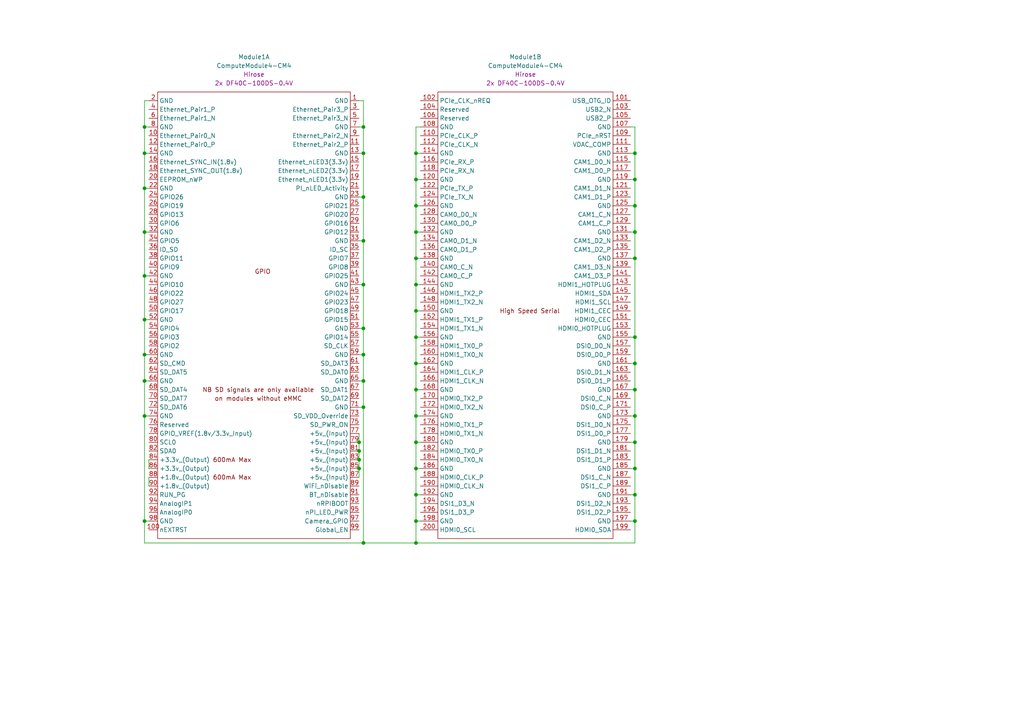
<source format=kicad_sch>
(kicad_sch (version 20231120) (generator "eeschema") (generator_version "8.0")
  (paper "A4")
  (lib_symbols
    (symbol "CM4IO:ComputeModule4-CM4"
      (property "Reference" "Module" (at 113.03 -68.58 0))
      (property "Value" "ComputeModule4-CM4" (at 140.97 2.54 0))
      (property "Field4" "Hirose" (at 0 0 0))
      (property "Field5" "2x DF40C-100DS-0.4V" (at 0 -2.54 0))
      (symbol "ComputeModule4-CM4_1_0"
        (text "GPIO" (at 0 6.35 0) (effects (font (size 1.27 1.27))))
      )
      (symbol "ComputeModule4-CM4_1_1"
        (rectangle (start -30.48 -71.12) (end 25.4 58.42))
        (text "600mA Max" (at -8.89 -53.34 0) (effects (font (size 1.27 1.27))))
        (text "600mA Max" (at -8.89 -48.26 0) (effects (font (size 1.27 1.27))))
        (text "NB SD signals are only available" (at -1.27 -27.94 0) (effects (font (size 1.27 1.27))))
        (text "on modules without eMMC" (at -1.27 -30.48 0) (effects (font (size 1.27 1.27))))
        (pin power_in line (at 27.94 55.88 180) (length 2.54) (name "GND") (number "1"))
        (pin passive line (at -33.02 45.72 0) (length 2.54) (name "Ethernet_Pair0_N") (number "10"))
        (pin output line (at -33.02 -68.58 0) (length 2.54) (name "nEXTRST") (number "100"))
        (pin passive line (at 27.94 43.18 180) (length 2.54) (name "Ethernet_Pair2_P") (number "11"))
        (pin passive line (at -33.02 43.18 0) (length 2.54) (name "Ethernet_Pair0_P") (number "12"))
        (pin power_in line (at 27.94 40.64 180) (length 2.54) (name "GND") (number "13"))
        (pin power_in line (at -33.02 40.64 0) (length 2.54) (name "GND") (number "14"))
        (pin output line (at 27.94 38.1 180) (length 2.54) (name "Ethernet_nLED3(3.3v)") (number "15"))
        (pin input line (at -33.02 38.1 0) (length 2.54) (name "Ethernet_SYNC_IN(1.8v)") (number "16"))
        (pin output line (at 27.94 35.56 180) (length 2.54) (name "Ethernet_nLED2(3.3v)") (number "17"))
        (pin input line (at -33.02 35.56 0) (length 2.54) (name "Ethernet_SYNC_OUT(1.8v)") (number "18"))
        (pin output line (at 27.94 33.02 180) (length 2.54) (name "Ethernet_nLED1(3.3v)") (number "19"))
        (pin power_in line (at -33.02 55.88 0) (length 2.54) (name "GND") (number "2"))
        (pin passive line (at -33.02 33.02 0) (length 2.54) (name "EEPROM_nWP") (number "20"))
        (pin open_collector line (at 27.94 30.48 180) (length 2.54) (name "PI_nLED_Activity") (number "21"))
        (pin power_in line (at -33.02 30.48 0) (length 2.54) (name "GND") (number "22"))
        (pin power_in line (at 27.94 27.94 180) (length 2.54) (name "GND") (number "23"))
        (pin passive line (at -33.02 27.94 0) (length 2.54) (name "GPIO26") (number "24"))
        (pin passive line (at 27.94 25.4 180) (length 2.54) (name "GPIO21") (number "25"))
        (pin passive line (at -33.02 25.4 0) (length 2.54) (name "GPIO19") (number "26"))
        (pin passive line (at 27.94 22.86 180) (length 2.54) (name "GPIO20") (number "27"))
        (pin passive line (at -33.02 22.86 0) (length 2.54) (name "GPIO13") (number "28"))
        (pin passive line (at 27.94 20.32 180) (length 2.54) (name "GPIO16") (number "29"))
        (pin passive line (at 27.94 53.34 180) (length 2.54) (name "Ethernet_Pair3_P") (number "3"))
        (pin passive line (at -33.02 20.32 0) (length 2.54) (name "GPIO6") (number "30"))
        (pin passive line (at 27.94 17.78 180) (length 2.54) (name "GPIO12") (number "31"))
        (pin power_in line (at -33.02 17.78 0) (length 2.54) (name "GND") (number "32"))
        (pin power_in line (at 27.94 15.24 180) (length 2.54) (name "GND") (number "33"))
        (pin passive line (at -33.02 15.24 0) (length 2.54) (name "GPIO5") (number "34"))
        (pin passive line (at 27.94 12.7 180) (length 2.54) (name "ID_SC") (number "35"))
        (pin passive line (at -33.02 12.7 0) (length 2.54) (name "ID_SD") (number "36"))
        (pin passive line (at 27.94 10.16 180) (length 2.54) (name "GPIO7") (number "37"))
        (pin passive line (at -33.02 10.16 0) (length 2.54) (name "GPIO11") (number "38"))
        (pin passive line (at 27.94 7.62 180) (length 2.54) (name "GPIO8") (number "39"))
        (pin passive line (at -33.02 53.34 0) (length 2.54) (name "Ethernet_Pair1_P") (number "4"))
        (pin passive line (at -33.02 7.62 0) (length 2.54) (name "GPIO9") (number "40"))
        (pin passive line (at 27.94 5.08 180) (length 2.54) (name "GPIO25") (number "41"))
        (pin power_in line (at -33.02 5.08 0) (length 2.54) (name "GND") (number "42"))
        (pin power_in line (at 27.94 2.54 180) (length 2.54) (name "GND") (number "43"))
        (pin passive line (at -33.02 2.54 0) (length 2.54) (name "GPIO10") (number "44"))
        (pin passive line (at 27.94 0 180) (length 2.54) (name "GPIO24") (number "45"))
        (pin passive line (at -33.02 0 0) (length 2.54) (name "GPIO22") (number "46"))
        (pin passive line (at 27.94 -2.54 180) (length 2.54) (name "GPIO23") (number "47"))
        (pin passive line (at -33.02 -2.54 0) (length 2.54) (name "GPIO27") (number "48"))
        (pin passive line (at 27.94 -5.08 180) (length 2.54) (name "GPIO18") (number "49"))
        (pin passive line (at 27.94 50.8 180) (length 2.54) (name "Ethernet_Pair3_N") (number "5"))
        (pin passive line (at -33.02 -5.08 0) (length 2.54) (name "GPIO17") (number "50"))
        (pin passive line (at 27.94 -7.62 180) (length 2.54) (name "GPIO15") (number "51"))
        (pin power_in line (at -33.02 -7.62 0) (length 2.54) (name "GND") (number "52"))
        (pin power_in line (at 27.94 -10.16 180) (length 2.54) (name "GND") (number "53"))
        (pin passive line (at -33.02 -10.16 0) (length 2.54) (name "GPIO4") (number "54"))
        (pin passive line (at 27.94 -12.7 180) (length 2.54) (name "GPIO14") (number "55"))
        (pin passive line (at -33.02 -12.7 0) (length 2.54) (name "GPIO3") (number "56"))
        (pin passive line (at 27.94 -15.24 180) (length 2.54) (name "SD_CLK") (number "57"))
        (pin passive line (at -33.02 -15.24 0) (length 2.54) (name "GPIO2") (number "58"))
        (pin power_in line (at 27.94 -17.78 180) (length 2.54) (name "GND") (number "59"))
        (pin passive line (at -33.02 50.8 0) (length 2.54) (name "Ethernet_Pair1_N") (number "6"))
        (pin power_in line (at -33.02 -17.78 0) (length 2.54) (name "GND") (number "60"))
        (pin passive line (at 27.94 -20.32 180) (length 2.54) (name "SD_DAT3") (number "61"))
        (pin passive line (at -33.02 -20.32 0) (length 2.54) (name "SD_CMD") (number "62"))
        (pin passive line (at 27.94 -22.86 180) (length 2.54) (name "SD_DAT0") (number "63"))
        (pin passive line (at -33.02 -22.86 0) (length 2.54) (name "SD_DAT5") (number "64"))
        (pin power_in line (at 27.94 -25.4 180) (length 2.54) (name "GND") (number "65"))
        (pin power_in line (at -33.02 -25.4 0) (length 2.54) (name "GND") (number "66"))
        (pin passive line (at 27.94 -27.94 180) (length 2.54) (name "SD_DAT1") (number "67"))
        (pin passive line (at -33.02 -27.94 0) (length 2.54) (name "SD_DAT4") (number "68"))
        (pin passive line (at 27.94 -30.48 180) (length 2.54) (name "SD_DAT2") (number "69"))
        (pin power_in line (at 27.94 48.26 180) (length 2.54) (name "GND") (number "7"))
        (pin passive line (at -33.02 -30.48 0) (length 2.54) (name "SD_DAT7") (number "70"))
        (pin power_in line (at 27.94 -33.02 180) (length 2.54) (name "GND") (number "71"))
        (pin passive line (at -33.02 -33.02 0) (length 2.54) (name "SD_DAT6") (number "72"))
        (pin input line (at 27.94 -35.56 180) (length 2.54) (name "SD_VDD_Override") (number "73"))
        (pin power_in line (at -33.02 -35.56 0) (length 2.54) (name "GND") (number "74"))
        (pin output line (at 27.94 -38.1 180) (length 2.54) (name "SD_PWR_ON") (number "75"))
        (pin passive line (at -33.02 -38.1 0) (length 2.54) (name "Reserved") (number "76"))
        (pin power_in line (at 27.94 -40.64 180) (length 2.54) (name "+5v_(Input)") (number "77"))
        (pin power_in line (at -33.02 -40.64 0) (length 2.54) (name "GPIO_VREF(1.8v/3.3v_Input)") (number "78"))
        (pin power_in line (at 27.94 -43.18 180) (length 2.54) (name "+5v_(Input)") (number "79"))
        (pin power_in line (at -33.02 48.26 0) (length 2.54) (name "GND") (number "8"))
        (pin passive line (at -33.02 -43.18 0) (length 2.54) (name "SCL0") (number "80"))
        (pin power_in line (at 27.94 -45.72 180) (length 2.54) (name "+5v_(Input)") (number "81"))
        (pin passive line (at -33.02 -45.72 0) (length 2.54) (name "SDA0") (number "82"))
        (pin power_in line (at 27.94 -48.26 180) (length 2.54) (name "+5v_(Input)") (number "83"))
        (pin power_out line (at -33.02 -48.26 0) (length 2.54) (name "+3.3v_(Output)") (number "84"))
        (pin power_in line (at 27.94 -50.8 180) (length 2.54) (name "+5v_(Input)") (number "85"))
        (pin power_out line (at -33.02 -50.8 0) (length 2.54) (name "+3.3v_(Output)") (number "86"))
        (pin power_in line (at 27.94 -53.34 180) (length 2.54) (name "+5v_(Input)") (number "87"))
        (pin power_out line (at -33.02 -53.34 0) (length 2.54) (name "+1.8v_(Output)") (number "88"))
        (pin power_in line (at 27.94 -55.88 180) (length 2.54) (name "WiFi_nDisable") (number "89"))
        (pin passive line (at 27.94 45.72 180) (length 2.54) (name "Ethernet_Pair2_N") (number "9"))
        (pin power_out line (at -33.02 -55.88 0) (length 2.54) (name "+1.8v_(Output)") (number "90"))
        (pin power_in line (at 27.94 -58.42 180) (length 2.54) (name "BT_nDisable") (number "91"))
        (pin passive line (at -33.02 -58.42 0) (length 2.54) (name "RUN_PG") (number "92"))
        (pin input line (at 27.94 -60.96 180) (length 2.54) (name "nRPIBOOT") (number "93"))
        (pin passive line (at -33.02 -60.96 0) (length 2.54) (name "AnalogIP1") (number "94"))
        (pin output line (at 27.94 -63.5 180) (length 2.54) (name "nPI_LED_PWR") (number "95"))
        (pin passive line (at -33.02 -63.5 0) (length 2.54) (name "AnalogIP0") (number "96"))
        (pin passive line (at 27.94 -66.04 180) (length 2.54) (name "Camera_GPIO") (number "97"))
        (pin power_in line (at -33.02 -66.04 0) (length 2.54) (name "GND") (number "98"))
        (pin input line (at 27.94 -68.58 180) (length 2.54) (name "Global_EN") (number "99"))
      )
      (symbol "ComputeModule4-CM4_2_1"
        (rectangle (start 114.3 -66.04) (end 165.1 63.5))
        (text "High Speed Serial" (at 140.97 0 0) (effects (font (size 1.27 1.27))))
        (pin input line (at 170.18 60.96 180) (length 5.08) (name "USB_OTG_ID") (number "101"))
        (pin input line (at 109.22 60.96 0) (length 5.08) (name "PCIe_CLK_nREQ") (number "102"))
        (pin passive line (at 170.18 58.42 180) (length 5.08) (name "USB2_N") (number "103"))
        (pin passive line (at 109.22 58.42 0) (length 5.08) (name "Reserved") (number "104"))
        (pin passive line (at 170.18 55.88 180) (length 5.08) (name "USB2_P") (number "105"))
        (pin passive line (at 109.22 55.88 0) (length 5.08) (name "Reserved") (number "106"))
        (pin power_in line (at 170.18 53.34 180) (length 5.08) (name "GND") (number "107"))
        (pin power_in line (at 109.22 53.34 0) (length 5.08) (name "GND") (number "108"))
        (pin bidirectional line (at 170.18 50.8 180) (length 5.08) (name "PCIe_nRST") (number "109"))
        (pin output line (at 109.22 50.8 0) (length 5.08) (name "PCIe_CLK_P") (number "110"))
        (pin passive line (at 170.18 48.26 180) (length 5.08) (name "VDAC_COMP") (number "111"))
        (pin output line (at 109.22 48.26 0) (length 5.08) (name "PCIe_CLK_N") (number "112"))
        (pin power_in line (at 170.18 45.72 180) (length 5.08) (name "GND") (number "113"))
        (pin power_in line (at 109.22 45.72 0) (length 5.08) (name "GND") (number "114"))
        (pin input line (at 170.18 43.18 180) (length 5.08) (name "CAM1_D0_N") (number "115"))
        (pin input line (at 109.22 43.18 0) (length 5.08) (name "PCIe_RX_P") (number "116"))
        (pin input line (at 170.18 40.64 180) (length 5.08) (name "CAM1_D0_P") (number "117"))
        (pin input line (at 109.22 40.64 0) (length 5.08) (name "PCIe_RX_N") (number "118"))
        (pin power_in line (at 170.18 38.1 180) (length 5.08) (name "GND") (number "119"))
        (pin power_in line (at 109.22 38.1 0) (length 5.08) (name "GND") (number "120"))
        (pin input line (at 170.18 35.56 180) (length 5.08) (name "CAM1_D1_N") (number "121"))
        (pin output line (at 109.22 35.56 0) (length 5.08) (name "PCIe_TX_P") (number "122"))
        (pin input line (at 170.18 33.02 180) (length 5.08) (name "CAM1_D1_P") (number "123"))
        (pin output line (at 109.22 33.02 0) (length 5.08) (name "PCIe_TX_N") (number "124"))
        (pin power_in line (at 170.18 30.48 180) (length 5.08) (name "GND") (number "125"))
        (pin power_in line (at 109.22 30.48 0) (length 5.08) (name "GND") (number "126"))
        (pin input line (at 170.18 27.94 180) (length 5.08) (name "CAM1_C_N") (number "127"))
        (pin input line (at 109.22 27.94 0) (length 5.08) (name "CAM0_D0_N") (number "128"))
        (pin input line (at 170.18 25.4 180) (length 5.08) (name "CAM1_C_P") (number "129"))
        (pin input line (at 109.22 25.4 0) (length 5.08) (name "CAM0_D0_P") (number "130"))
        (pin power_in line (at 170.18 22.86 180) (length 5.08) (name "GND") (number "131"))
        (pin power_in line (at 109.22 22.86 0) (length 5.08) (name "GND") (number "132"))
        (pin input line (at 170.18 20.32 180) (length 5.08) (name "CAM1_D2_N") (number "133"))
        (pin input line (at 109.22 20.32 0) (length 5.08) (name "CAM0_D1_N") (number "134"))
        (pin input line (at 170.18 17.78 180) (length 5.08) (name "CAM1_D2_P") (number "135"))
        (pin input line (at 109.22 17.78 0) (length 5.08) (name "CAM0_D1_P") (number "136"))
        (pin power_in line (at 170.18 15.24 180) (length 5.08) (name "GND") (number "137"))
        (pin power_in line (at 109.22 15.24 0) (length 5.08) (name "GND") (number "138"))
        (pin input line (at 170.18 12.7 180) (length 5.08) (name "CAM1_D3_N") (number "139"))
        (pin input line (at 109.22 12.7 0) (length 5.08) (name "CAM0_C_N") (number "140"))
        (pin input line (at 170.18 10.16 180) (length 5.08) (name "CAM1_D3_P") (number "141"))
        (pin input line (at 109.22 10.16 0) (length 5.08) (name "CAM0_C_P") (number "142"))
        (pin input line (at 170.18 7.62 180) (length 5.08) (name "HDMI1_HOTPLUG") (number "143"))
        (pin power_in line (at 109.22 7.62 0) (length 5.08) (name "GND") (number "144"))
        (pin bidirectional line (at 170.18 5.08 180) (length 5.08) (name "HDMI1_SDA") (number "145"))
        (pin output line (at 109.22 5.08 0) (length 5.08) (name "HDMI1_TX2_P") (number "146"))
        (pin open_collector line (at 170.18 2.54 180) (length 5.08) (name "HDMI1_SCL") (number "147"))
        (pin output line (at 109.22 2.54 0) (length 5.08) (name "HDMI1_TX2_N") (number "148"))
        (pin open_collector line (at 170.18 0 180) (length 5.08) (name "HDMI1_CEC") (number "149"))
        (pin power_in line (at 109.22 0 0) (length 5.08) (name "GND") (number "150"))
        (pin open_collector line (at 170.18 -2.54 180) (length 5.08) (name "HDMI0_CEC") (number "151"))
        (pin output line (at 109.22 -2.54 0) (length 5.08) (name "HDMI1_TX1_P") (number "152"))
        (pin input line (at 170.18 -5.08 180) (length 5.08) (name "HDMI0_HOTPLUG") (number "153"))
        (pin output line (at 109.22 -5.08 0) (length 5.08) (name "HDMI1_TX1_N") (number "154"))
        (pin power_in line (at 170.18 -7.62 180) (length 5.08) (name "GND") (number "155"))
        (pin power_in line (at 109.22 -7.62 0) (length 5.08) (name "GND") (number "156"))
        (pin output line (at 170.18 -10.16 180) (length 5.08) (name "DSI0_D0_N") (number "157"))
        (pin output line (at 109.22 -10.16 0) (length 5.08) (name "HDMI1_TX0_P") (number "158"))
        (pin output line (at 170.18 -12.7 180) (length 5.08) (name "DSI0_D0_P") (number "159"))
        (pin output line (at 109.22 -12.7 0) (length 5.08) (name "HDMI1_TX0_N") (number "160"))
        (pin power_in line (at 170.18 -15.24 180) (length 5.08) (name "GND") (number "161"))
        (pin power_in line (at 109.22 -15.24 0) (length 5.08) (name "GND") (number "162"))
        (pin output line (at 170.18 -17.78 180) (length 5.08) (name "DSI0_D1_N") (number "163"))
        (pin output line (at 109.22 -17.78 0) (length 5.08) (name "HDMI1_CLK_P") (number "164"))
        (pin output line (at 170.18 -20.32 180) (length 5.08) (name "DSI0_D1_P") (number "165"))
        (pin output line (at 109.22 -20.32 0) (length 5.08) (name "HDMI1_CLK_N") (number "166"))
        (pin power_in line (at 170.18 -22.86 180) (length 5.08) (name "GND") (number "167"))
        (pin power_in line (at 109.22 -22.86 0) (length 5.08) (name "GND") (number "168"))
        (pin output line (at 170.18 -25.4 180) (length 5.08) (name "DSI0_C_N") (number "169"))
        (pin output line (at 109.22 -25.4 0) (length 5.08) (name "HDMI0_TX2_P") (number "170"))
        (pin output line (at 170.18 -27.94 180) (length 5.08) (name "DSI0_C_P") (number "171"))
        (pin output line (at 109.22 -27.94 0) (length 5.08) (name "HDMI0_TX2_N") (number "172"))
        (pin power_in line (at 170.18 -30.48 180) (length 5.08) (name "GND") (number "173"))
        (pin power_in line (at 109.22 -30.48 0) (length 5.08) (name "GND") (number "174"))
        (pin output line (at 170.18 -33.02 180) (length 5.08) (name "DSI1_D0_N") (number "175"))
        (pin output line (at 109.22 -33.02 0) (length 5.08) (name "HDMI0_TX1_P") (number "176"))
        (pin output line (at 170.18 -35.56 180) (length 5.08) (name "DSI1_D0_P") (number "177"))
        (pin output line (at 109.22 -35.56 0) (length 5.08) (name "HDMI0_TX1_N") (number "178"))
        (pin power_in line (at 170.18 -38.1 180) (length 5.08) (name "GND") (number "179"))
        (pin power_in line (at 109.22 -38.1 0) (length 5.08) (name "GND") (number "180"))
        (pin output line (at 170.18 -40.64 180) (length 5.08) (name "DSI1_D1_N") (number "181"))
        (pin output line (at 109.22 -40.64 0) (length 5.08) (name "HDMI0_TX0_P") (number "182"))
        (pin output line (at 170.18 -43.18 180) (length 5.08) (name "DSI1_D1_P") (number "183"))
        (pin output line (at 109.22 -43.18 0) (length 5.08) (name "HDMI0_TX0_N") (number "184"))
        (pin power_in line (at 170.18 -45.72 180) (length 5.08) (name "GND") (number "185"))
        (pin power_in line (at 109.22 -45.72 0) (length 5.08) (name "GND") (number "186"))
        (pin output line (at 170.18 -48.26 180) (length 5.08) (name "DSI1_C_N") (number "187"))
        (pin output line (at 109.22 -48.26 0) (length 5.08) (name "HDMI0_CLK_P") (number "188"))
        (pin output line (at 170.18 -50.8 180) (length 5.08) (name "DSI1_C_P") (number "189"))
        (pin output line (at 109.22 -50.8 0) (length 5.08) (name "HDMI0_CLK_N") (number "190"))
        (pin power_in line (at 170.18 -53.34 180) (length 5.08) (name "GND") (number "191"))
        (pin power_in line (at 109.22 -53.34 0) (length 5.08) (name "GND") (number "192"))
        (pin output line (at 170.18 -55.88 180) (length 5.08) (name "DSI1_D2_N") (number "193"))
        (pin output line (at 109.22 -55.88 0) (length 5.08) (name "DSI1_D3_N") (number "194"))
        (pin output line (at 170.18 -58.42 180) (length 5.08) (name "DSI1_D2_P") (number "195"))
        (pin output line (at 109.22 -58.42 0) (length 5.08) (name "DSI1_D3_P") (number "196"))
        (pin power_in line (at 170.18 -60.96 180) (length 5.08) (name "GND") (number "197"))
        (pin power_in line (at 109.22 -60.96 0) (length 5.08) (name "GND") (number "198"))
        (pin bidirectional line (at 170.18 -63.5 180) (length 5.08) (name "HDMI0_SDA") (number "199"))
        (pin open_collector line (at 109.22 -63.5 0) (length 5.08) (name "HDMI0_SCL") (number "200"))
      )
    )
  )
  (junction (at 120.65 97.79))
  (junction (at 104.14 130.81))
  (junction (at 105.41 118.11))
  (junction (at 184.15 105.41))
  (junction (at 184.15 44.45))
  (junction (at 184.15 67.31))
  (junction (at 120.65 59.69))
  (junction (at 120.65 143.51))
  (junction (at 41.91 110.49))
  (junction (at 184.15 74.93))
  (junction (at 105.41 82.55))
  (junction (at 184.15 113.03))
  (junction (at 105.41 157.48))
  (junction (at 120.65 44.45))
  (junction (at 120.65 135.89))
  (junction (at 120.65 113.03))
  (junction (at 41.91 36.83))
  (junction (at 120.65 74.93))
  (junction (at 184.15 128.27))
  (junction (at 184.15 143.51))
  (junction (at 41.91 102.87))
  (junction (at 105.41 57.15))
  (junction (at 41.91 54.61))
  (junction (at 120.65 82.55))
  (junction (at 41.91 80.01))
  (junction (at 41.91 92.71))
  (junction (at 120.65 128.27))
  (junction (at 41.91 44.45))
  (junction (at 105.41 110.49))
  (junction (at 104.14 135.89))
  (junction (at 104.14 128.27))
  (junction (at 120.65 151.13))
  (junction (at 184.15 120.65))
  (junction (at 104.14 133.35))
  (junction (at 105.41 69.85))
  (junction (at 41.91 120.65))
  (junction (at 105.41 95.25))
  (junction (at 184.15 59.69))
  (junction (at 184.15 52.07))
  (junction (at 105.41 36.83))
  (junction (at 120.65 67.31))
  (junction (at 184.15 151.13))
  (junction (at 41.91 67.31))
  (junction (at 184.15 135.89))
  (junction (at 120.65 52.07))
  (junction (at 120.65 105.41))
  (junction (at 120.65 157.48))
  (junction (at 41.91 151.13))
  (junction (at 105.41 102.87))
  (junction (at 120.65 120.65))
  (junction (at 105.41 44.45))
  (junction (at 184.15 97.79))
  (junction (at 120.65 90.17))
  (wire (pts (xy 104.14 130.81) (xy 104.14 133.35)))
  (wire (pts (xy 184.15 128.27) (xy 184.15 135.89)))
  (wire (pts (xy 104.14 95.25) (xy 105.41 95.25)))
  (wire (pts (xy 104.14 102.87) (xy 105.41 102.87)))
  (wire (pts (xy 121.92 90.17) (xy 120.65 90.17)))
  (wire (pts (xy 41.91 102.87) (xy 41.91 92.71)))
  (wire (pts (xy 184.15 97.79) (xy 184.15 105.41)))
  (wire (pts (xy 104.14 44.45) (xy 105.41 44.45)))
  (wire (pts (xy 105.41 44.45) (xy 105.41 36.83)))
  (wire (pts (xy 41.91 92.71) (xy 41.91 80.01)))
  (wire (pts (xy 120.65 157.48) (xy 105.41 157.48)))
  (wire (pts (xy 120.65 52.07) (xy 120.65 44.45)))
  (wire (pts (xy 41.91 44.45) (xy 41.91 36.83)))
  (wire (pts (xy 105.41 118.11) (xy 105.41 157.48)))
  (wire (pts (xy 184.15 36.83) (xy 184.15 44.45)))
  (wire (pts (xy 184.15 143.51) (xy 184.15 151.13)))
  (wire (pts (xy 184.15 97.79) (xy 182.88 97.79)))
  (wire (pts (xy 184.15 120.65) (xy 184.15 128.27)))
  (wire (pts (xy 43.18 54.61) (xy 41.91 54.61)))
  (wire (pts (xy 184.15 59.69) (xy 182.88 59.69)))
  (wire (pts (xy 41.91 157.48) (xy 41.91 151.13)))
  (wire (pts (xy 184.15 105.41) (xy 182.88 105.41)))
  (wire (pts (xy 41.91 151.13) (xy 41.91 120.65)))
  (wire (pts (xy 105.41 69.85) (xy 105.41 57.15)))
  (wire (pts (xy 184.15 135.89) (xy 182.88 135.89)))
  (wire (pts (xy 121.92 120.65) (xy 120.65 120.65)))
  (wire (pts (xy 104.14 133.35) (xy 104.14 135.89)))
  (wire (pts (xy 120.65 67.31) (xy 120.65 59.69)))
  (wire (pts (xy 120.65 143.51) (xy 121.92 143.51)))
  (wire (pts (xy 105.41 118.11) (xy 105.41 110.49)))
  (wire (pts (xy 184.15 44.45) (xy 184.15 52.07)))
  (wire (pts (xy 120.65 151.13) (xy 121.92 151.13)))
  (wire (pts (xy 43.18 138.43) (xy 43.18 140.97)))
  (wire (pts (xy 105.41 82.55) (xy 105.41 69.85)))
  (wire (pts (xy 121.92 135.89) (xy 120.65 135.89)))
  (wire (pts (xy 120.65 135.89) (xy 120.65 143.51)))
  (wire (pts (xy 120.65 36.83) (xy 120.65 44.45)))
  (wire (pts (xy 121.92 67.31) (xy 120.65 67.31)))
  (wire (pts (xy 120.65 157.48) (xy 184.15 157.48)))
  (wire (pts (xy 121.92 113.03) (xy 120.65 113.03)))
  (wire (pts (xy 120.65 120.65) (xy 120.65 113.03)))
  (wire (pts (xy 121.92 82.55) (xy 120.65 82.55)))
  (wire (pts (xy 41.91 36.83) (xy 43.18 36.83)))
  (wire (pts (xy 41.91 120.65) (xy 41.91 110.49)))
  (wire (pts (xy 105.41 102.87) (xy 105.41 95.25)))
  (wire (pts (xy 105.41 110.49) (xy 105.41 102.87)))
  (wire (pts (xy 184.15 113.03) (xy 184.15 120.65)))
  (wire (pts (xy 105.41 157.48) (xy 41.91 157.48)))
  (wire (pts (xy 41.91 29.21) (xy 41.91 36.83)))
  (wire (pts (xy 105.41 57.15) (xy 105.41 44.45)))
  (wire (pts (xy 120.65 151.13) (xy 120.65 157.48)))
  (wire (pts (xy 104.14 125.73) (xy 104.14 128.27)))
  (wire (pts (xy 184.15 59.69) (xy 184.15 67.31)))
  (wire (pts (xy 120.65 113.03) (xy 120.65 105.41)))
  (wire (pts (xy 105.41 95.25) (xy 105.41 82.55)))
  (wire (pts (xy 120.65 135.89) (xy 120.65 128.27)))
  (wire (pts (xy 120.65 90.17) (xy 120.65 82.55)))
  (wire (pts (xy 184.15 74.93) (xy 184.15 97.79)))
  (wire (pts (xy 43.18 44.45) (xy 41.91 44.45)))
  (wire (pts (xy 104.14 135.89) (xy 104.14 138.43)))
  (wire (pts (xy 184.15 135.89) (xy 184.15 143.51)))
  (wire (pts (xy 120.65 82.55) (xy 120.65 74.93)))
  (wire (pts (xy 43.18 120.65) (xy 41.91 120.65)))
  (wire (pts (xy 104.14 82.55) (xy 105.41 82.55)))
  (wire (pts (xy 43.18 110.49) (xy 41.91 110.49)))
  (wire (pts (xy 43.18 133.35) (xy 43.18 135.89)))
  (wire (pts (xy 121.92 105.41) (xy 120.65 105.41)))
  (wire (pts (xy 121.92 97.79) (xy 120.65 97.79)))
  (wire (pts (xy 41.91 54.61) (xy 41.91 44.45)))
  (wire (pts (xy 104.14 118.11) (xy 105.41 118.11)))
  (wire (pts (xy 43.18 29.21) (xy 41.91 29.21)))
  (wire (pts (xy 120.65 128.27) (xy 120.65 120.65)))
  (wire (pts (xy 184.15 67.31) (xy 182.88 67.31)))
  (wire (pts (xy 184.15 105.41) (xy 184.15 113.03)))
  (wire (pts (xy 104.14 57.15) (xy 105.41 57.15)))
  (wire (pts (xy 105.41 29.21) (xy 105.41 36.83)))
  (wire (pts (xy 121.92 59.69) (xy 120.65 59.69)))
  (wire (pts (xy 41.91 67.31) (xy 41.91 54.61)))
  (wire (pts (xy 43.18 80.01) (xy 41.91 80.01)))
  (wire (pts (xy 184.15 151.13) (xy 182.88 151.13)))
  (wire (pts (xy 184.15 143.51) (xy 182.88 143.51)))
  (wire (pts (xy 104.14 128.27) (xy 104.14 130.81)))
  (wire (pts (xy 120.65 59.69) (xy 120.65 52.07)))
  (wire (pts (xy 43.18 92.71) (xy 41.91 92.71)))
  (wire (pts (xy 43.18 67.31) (xy 41.91 67.31)))
  (wire (pts (xy 120.65 143.51) (xy 120.65 151.13)))
  (wire (pts (xy 184.15 157.48) (xy 184.15 151.13)))
  (wire (pts (xy 184.15 44.45) (xy 182.88 44.45)))
  (wire (pts (xy 41.91 80.01) (xy 41.91 67.31)))
  (wire (pts (xy 120.65 97.79) (xy 120.65 90.17)))
  (wire (pts (xy 184.15 120.65) (xy 182.88 120.65)))
  (wire (pts (xy 182.88 36.83) (xy 184.15 36.83)))
  (wire (pts (xy 121.92 128.27) (xy 120.65 128.27)))
  (wire (pts (xy 121.92 74.93) (xy 120.65 74.93)))
  (wire (pts (xy 184.15 128.27) (xy 182.88 128.27)))
  (wire (pts (xy 184.15 67.31) (xy 184.15 74.93)))
  (wire (pts (xy 184.15 113.03) (xy 182.88 113.03)))
  (wire (pts (xy 184.15 52.07) (xy 182.88 52.07)))
  (wire (pts (xy 43.18 151.13) (xy 41.91 151.13)))
  (wire (pts (xy 121.92 52.07) (xy 120.65 52.07)))
  (wire (pts (xy 104.14 69.85) (xy 105.41 69.85)))
  (wire (pts (xy 104.14 110.49) (xy 105.41 110.49)))
  (wire (pts (xy 41.91 110.49) (xy 41.91 102.87)))
  (wire (pts (xy 43.18 102.87) (xy 41.91 102.87)))
  (wire (pts (xy 121.92 36.83) (xy 120.65 36.83)))
  (wire (pts (xy 120.65 44.45) (xy 121.92 44.45)))
  (wire (pts (xy 104.14 29.21) (xy 105.41 29.21)))
  (wire (pts (xy 120.65 105.41) (xy 120.65 97.79)))
  (wire (pts (xy 184.15 52.07) (xy 184.15 59.69)))
  (wire (pts (xy 184.15 74.93) (xy 182.88 74.93)))
  (wire (pts (xy 120.65 74.93) (xy 120.65 67.31)))
  (wire (pts (xy 105.41 36.83) (xy 104.14 36.83)))
  (symbol (lib_id "CM4IO:ComputeModule4-CM4") (at 76.2 85.09 0) (unit 1)
    (property "Reference" "Module1" (at 73.66 16.51 0))
    (property "Value" "ComputeModule4-CM4" (at 73.66 19.05 0))
    (property "Footprint" "CM4IO:Raspberry-Pi-4-Compute-Module" (effects (hide yes)))
    (property "Field4" "Hirose" (at 73.66 21.59 0))
    (property "Field5" "2x DF40C-100DS-0.4V" (at 73.66 24.13 0))
  )
  (symbol (lib_id "CM4IO:ComputeModule4-CM4") (at 12.7 90.17 0) (unit 2)
    (property "Reference" "Module1" (at 152.4 16.51 0))
    (property "Value" "ComputeModule4-CM4" (at 152.4 19.05 0))
    (property "Footprint" "CM4IO:Raspberry-Pi-4-Compute-Module" (effects (hide yes)))
    (property "Field4" "Hirose" (at 152.4 21.59 0))
    (property "Field5" "2x DF40C-100DS-0.4V" (at 152.4 24.13 0))
  )
)
</source>
